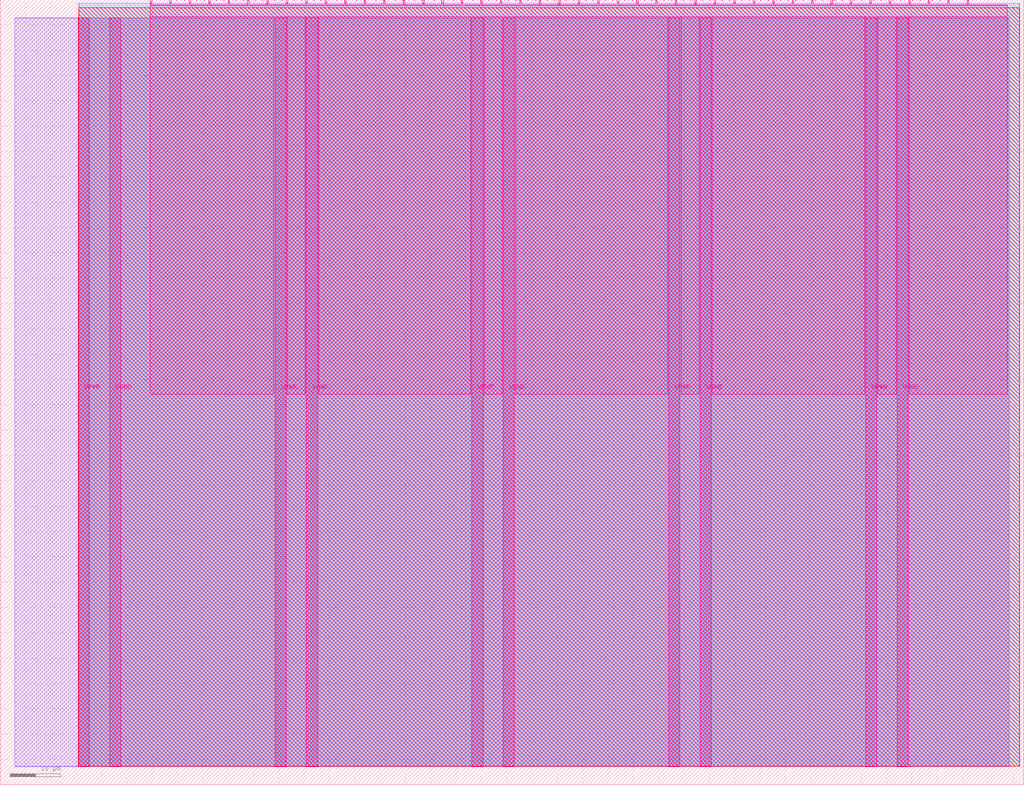
<source format=lef>
VERSION 5.7 ;
  NOWIREEXTENSIONATPIN ON ;
  DIVIDERCHAR "/" ;
  BUSBITCHARS "[]" ;
MACRO tt_um_mattvenn_spi_test
  CLASS BLOCK ;
  FOREIGN tt_um_mattvenn_spi_test ;
  ORIGIN 0.000 0.000 ;
  SIZE 202.080 BY 154.980 ;
  PIN VGND
    DIRECTION INOUT ;
    USE GROUND ;
    PORT
      LAYER Metal5 ;
        RECT 21.580 3.560 23.780 151.420 ;
    END
    PORT
      LAYER Metal5 ;
        RECT 60.450 3.560 62.650 151.420 ;
    END
    PORT
      LAYER Metal5 ;
        RECT 99.320 3.560 101.520 151.420 ;
    END
    PORT
      LAYER Metal5 ;
        RECT 138.190 3.560 140.390 151.420 ;
    END
    PORT
      LAYER Metal5 ;
        RECT 177.060 3.560 179.260 151.420 ;
    END
  END VGND
  PIN VPWR
    DIRECTION INOUT ;
    USE POWER ;
    PORT
      LAYER Metal5 ;
        RECT 15.380 3.560 17.580 151.420 ;
    END
    PORT
      LAYER Metal5 ;
        RECT 54.250 3.560 56.450 151.420 ;
    END
    PORT
      LAYER Metal5 ;
        RECT 93.120 3.560 95.320 151.420 ;
    END
    PORT
      LAYER Metal5 ;
        RECT 131.990 3.560 134.190 151.420 ;
    END
    PORT
      LAYER Metal5 ;
        RECT 170.860 3.560 173.060 151.420 ;
    END
  END VPWR
  PIN clk
    DIRECTION INPUT ;
    USE SIGNAL ;
    ANTENNAGATEAREA 0.213200 ;
    PORT
      LAYER Metal5 ;
        RECT 187.050 153.980 187.350 154.980 ;
    END
  END clk
  PIN ena
    DIRECTION INPUT ;
    USE SIGNAL ;
    ANTENNAGATEAREA 0.180700 ;
    PORT
      LAYER Metal5 ;
        RECT 190.890 153.980 191.190 154.980 ;
    END
  END ena
  PIN rst_n
    DIRECTION INPUT ;
    USE SIGNAL ;
    ANTENNAGATEAREA 0.741000 ;
    PORT
      LAYER Metal5 ;
        RECT 183.210 153.980 183.510 154.980 ;
    END
  END rst_n
  PIN ui_in[0]
    DIRECTION INPUT ;
    USE SIGNAL ;
    ANTENNAGATEAREA 0.180700 ;
    PORT
      LAYER Metal5 ;
        RECT 179.370 153.980 179.670 154.980 ;
    END
  END ui_in[0]
  PIN ui_in[1]
    DIRECTION INPUT ;
    USE SIGNAL ;
    ANTENNAGATEAREA 0.180700 ;
    PORT
      LAYER Metal5 ;
        RECT 175.530 153.980 175.830 154.980 ;
    END
  END ui_in[1]
  PIN ui_in[2]
    DIRECTION INPUT ;
    USE SIGNAL ;
    PORT
      LAYER Metal5 ;
        RECT 171.690 153.980 171.990 154.980 ;
    END
  END ui_in[2]
  PIN ui_in[3]
    DIRECTION INPUT ;
    USE SIGNAL ;
    PORT
      LAYER Metal5 ;
        RECT 167.850 153.980 168.150 154.980 ;
    END
  END ui_in[3]
  PIN ui_in[4]
    DIRECTION INPUT ;
    USE SIGNAL ;
    PORT
      LAYER Metal5 ;
        RECT 164.010 153.980 164.310 154.980 ;
    END
  END ui_in[4]
  PIN ui_in[5]
    DIRECTION INPUT ;
    USE SIGNAL ;
    PORT
      LAYER Metal5 ;
        RECT 160.170 153.980 160.470 154.980 ;
    END
  END ui_in[5]
  PIN ui_in[6]
    DIRECTION INPUT ;
    USE SIGNAL ;
    PORT
      LAYER Metal5 ;
        RECT 156.330 153.980 156.630 154.980 ;
    END
  END ui_in[6]
  PIN ui_in[7]
    DIRECTION INPUT ;
    USE SIGNAL ;
    PORT
      LAYER Metal5 ;
        RECT 152.490 153.980 152.790 154.980 ;
    END
  END ui_in[7]
  PIN uio_in[0]
    DIRECTION INPUT ;
    USE SIGNAL ;
    PORT
      LAYER Metal5 ;
        RECT 148.650 153.980 148.950 154.980 ;
    END
  END uio_in[0]
  PIN uio_in[1]
    DIRECTION INPUT ;
    USE SIGNAL ;
    PORT
      LAYER Metal5 ;
        RECT 144.810 153.980 145.110 154.980 ;
    END
  END uio_in[1]
  PIN uio_in[2]
    DIRECTION INPUT ;
    USE SIGNAL ;
    PORT
      LAYER Metal5 ;
        RECT 140.970 153.980 141.270 154.980 ;
    END
  END uio_in[2]
  PIN uio_in[3]
    DIRECTION INPUT ;
    USE SIGNAL ;
    PORT
      LAYER Metal5 ;
        RECT 137.130 153.980 137.430 154.980 ;
    END
  END uio_in[3]
  PIN uio_in[4]
    DIRECTION INPUT ;
    USE SIGNAL ;
    ANTENNAGATEAREA 0.180700 ;
    PORT
      LAYER Metal5 ;
        RECT 133.290 153.980 133.590 154.980 ;
    END
  END uio_in[4]
  PIN uio_in[5]
    DIRECTION INPUT ;
    USE SIGNAL ;
    ANTENNAGATEAREA 0.180700 ;
    PORT
      LAYER Metal5 ;
        RECT 129.450 153.980 129.750 154.980 ;
    END
  END uio_in[5]
  PIN uio_in[6]
    DIRECTION INPUT ;
    USE SIGNAL ;
    ANTENNAGATEAREA 0.180700 ;
    PORT
      LAYER Metal5 ;
        RECT 125.610 153.980 125.910 154.980 ;
    END
  END uio_in[6]
  PIN uio_in[7]
    DIRECTION INPUT ;
    USE SIGNAL ;
    PORT
      LAYER Metal5 ;
        RECT 121.770 153.980 122.070 154.980 ;
    END
  END uio_in[7]
  PIN uio_oe[0]
    DIRECTION OUTPUT ;
    USE SIGNAL ;
    ANTENNADIFFAREA 0.392700 ;
    PORT
      LAYER Metal5 ;
        RECT 56.490 153.980 56.790 154.980 ;
    END
  END uio_oe[0]
  PIN uio_oe[1]
    DIRECTION OUTPUT ;
    USE SIGNAL ;
    ANTENNADIFFAREA 0.392700 ;
    PORT
      LAYER Metal5 ;
        RECT 52.650 153.980 52.950 154.980 ;
    END
  END uio_oe[1]
  PIN uio_oe[2]
    DIRECTION OUTPUT ;
    USE SIGNAL ;
    ANTENNADIFFAREA 0.392700 ;
    PORT
      LAYER Metal5 ;
        RECT 48.810 153.980 49.110 154.980 ;
    END
  END uio_oe[2]
  PIN uio_oe[3]
    DIRECTION OUTPUT ;
    USE SIGNAL ;
    ANTENNADIFFAREA 0.392700 ;
    PORT
      LAYER Metal5 ;
        RECT 44.970 153.980 45.270 154.980 ;
    END
  END uio_oe[3]
  PIN uio_oe[4]
    DIRECTION OUTPUT ;
    USE SIGNAL ;
    ANTENNADIFFAREA 0.299200 ;
    PORT
      LAYER Metal5 ;
        RECT 41.130 153.980 41.430 154.980 ;
    END
  END uio_oe[4]
  PIN uio_oe[5]
    DIRECTION OUTPUT ;
    USE SIGNAL ;
    ANTENNADIFFAREA 0.299200 ;
    PORT
      LAYER Metal5 ;
        RECT 37.290 153.980 37.590 154.980 ;
    END
  END uio_oe[5]
  PIN uio_oe[6]
    DIRECTION OUTPUT ;
    USE SIGNAL ;
    ANTENNADIFFAREA 0.299200 ;
    PORT
      LAYER Metal5 ;
        RECT 33.450 153.980 33.750 154.980 ;
    END
  END uio_oe[6]
  PIN uio_oe[7]
    DIRECTION OUTPUT ;
    USE SIGNAL ;
    ANTENNADIFFAREA 0.392700 ;
    PORT
      LAYER Metal5 ;
        RECT 29.610 153.980 29.910 154.980 ;
    END
  END uio_oe[7]
  PIN uio_out[0]
    DIRECTION OUTPUT ;
    USE SIGNAL ;
    ANTENNADIFFAREA 0.299200 ;
    PORT
      LAYER Metal5 ;
        RECT 87.210 153.980 87.510 154.980 ;
    END
  END uio_out[0]
  PIN uio_out[1]
    DIRECTION OUTPUT ;
    USE SIGNAL ;
    ANTENNADIFFAREA 0.299200 ;
    PORT
      LAYER Metal5 ;
        RECT 83.370 153.980 83.670 154.980 ;
    END
  END uio_out[1]
  PIN uio_out[2]
    DIRECTION OUTPUT ;
    USE SIGNAL ;
    ANTENNADIFFAREA 0.299200 ;
    PORT
      LAYER Metal5 ;
        RECT 79.530 153.980 79.830 154.980 ;
    END
  END uio_out[2]
  PIN uio_out[3]
    DIRECTION OUTPUT ;
    USE SIGNAL ;
    ANTENNADIFFAREA 0.654800 ;
    PORT
      LAYER Metal5 ;
        RECT 75.690 153.980 75.990 154.980 ;
    END
  END uio_out[3]
  PIN uio_out[4]
    DIRECTION OUTPUT ;
    USE SIGNAL ;
    ANTENNADIFFAREA 0.299200 ;
    PORT
      LAYER Metal5 ;
        RECT 71.850 153.980 72.150 154.980 ;
    END
  END uio_out[4]
  PIN uio_out[5]
    DIRECTION OUTPUT ;
    USE SIGNAL ;
    ANTENNADIFFAREA 0.299200 ;
    PORT
      LAYER Metal5 ;
        RECT 68.010 153.980 68.310 154.980 ;
    END
  END uio_out[5]
  PIN uio_out[6]
    DIRECTION OUTPUT ;
    USE SIGNAL ;
    ANTENNADIFFAREA 0.299200 ;
    PORT
      LAYER Metal5 ;
        RECT 64.170 153.980 64.470 154.980 ;
    END
  END uio_out[6]
  PIN uio_out[7]
    DIRECTION OUTPUT ;
    USE SIGNAL ;
    ANTENNADIFFAREA 0.299200 ;
    PORT
      LAYER Metal5 ;
        RECT 60.330 153.980 60.630 154.980 ;
    END
  END uio_out[7]
  PIN uo_out[0]
    DIRECTION OUTPUT ;
    USE SIGNAL ;
    ANTENNADIFFAREA 0.299200 ;
    PORT
      LAYER Metal5 ;
        RECT 117.930 153.980 118.230 154.980 ;
    END
  END uo_out[0]
  PIN uo_out[1]
    DIRECTION OUTPUT ;
    USE SIGNAL ;
    ANTENNADIFFAREA 0.299200 ;
    PORT
      LAYER Metal5 ;
        RECT 114.090 153.980 114.390 154.980 ;
    END
  END uo_out[1]
  PIN uo_out[2]
    DIRECTION OUTPUT ;
    USE SIGNAL ;
    ANTENNADIFFAREA 0.299200 ;
    PORT
      LAYER Metal5 ;
        RECT 110.250 153.980 110.550 154.980 ;
    END
  END uo_out[2]
  PIN uo_out[3]
    DIRECTION OUTPUT ;
    USE SIGNAL ;
    ANTENNADIFFAREA 0.299200 ;
    PORT
      LAYER Metal5 ;
        RECT 106.410 153.980 106.710 154.980 ;
    END
  END uo_out[3]
  PIN uo_out[4]
    DIRECTION OUTPUT ;
    USE SIGNAL ;
    ANTENNADIFFAREA 0.299200 ;
    PORT
      LAYER Metal5 ;
        RECT 102.570 153.980 102.870 154.980 ;
    END
  END uo_out[4]
  PIN uo_out[5]
    DIRECTION OUTPUT ;
    USE SIGNAL ;
    ANTENNADIFFAREA 0.299200 ;
    PORT
      LAYER Metal5 ;
        RECT 98.730 153.980 99.030 154.980 ;
    END
  END uo_out[5]
  PIN uo_out[6]
    DIRECTION OUTPUT ;
    USE SIGNAL ;
    ANTENNADIFFAREA 0.299200 ;
    PORT
      LAYER Metal5 ;
        RECT 94.890 153.980 95.190 154.980 ;
    END
  END uo_out[6]
  PIN uo_out[7]
    DIRECTION OUTPUT ;
    USE SIGNAL ;
    ANTENNADIFFAREA 0.299200 ;
    PORT
      LAYER Metal5 ;
        RECT 91.050 153.980 91.350 154.980 ;
    END
  END uo_out[7]
  OBS
      LAYER GatPoly ;
        RECT 2.880 3.630 199.200 151.350 ;
      LAYER Metal1 ;
        RECT 2.880 3.560 199.200 151.420 ;
      LAYER Metal2 ;
        RECT 15.515 3.680 201.265 154.240 ;
      LAYER Metal3 ;
        RECT 15.560 3.635 201.220 154.285 ;
      LAYER Metal4 ;
        RECT 15.515 3.680 201.265 153.400 ;
      LAYER Metal5 ;
        RECT 30.120 153.770 33.240 153.980 ;
        RECT 33.960 153.770 37.080 153.980 ;
        RECT 37.800 153.770 40.920 153.980 ;
        RECT 41.640 153.770 44.760 153.980 ;
        RECT 45.480 153.770 48.600 153.980 ;
        RECT 49.320 153.770 52.440 153.980 ;
        RECT 53.160 153.770 56.280 153.980 ;
        RECT 57.000 153.770 60.120 153.980 ;
        RECT 60.840 153.770 63.960 153.980 ;
        RECT 64.680 153.770 67.800 153.980 ;
        RECT 68.520 153.770 71.640 153.980 ;
        RECT 72.360 153.770 75.480 153.980 ;
        RECT 76.200 153.770 79.320 153.980 ;
        RECT 80.040 153.770 83.160 153.980 ;
        RECT 83.880 153.770 87.000 153.980 ;
        RECT 87.720 153.770 90.840 153.980 ;
        RECT 91.560 153.770 94.680 153.980 ;
        RECT 95.400 153.770 98.520 153.980 ;
        RECT 99.240 153.770 102.360 153.980 ;
        RECT 103.080 153.770 106.200 153.980 ;
        RECT 106.920 153.770 110.040 153.980 ;
        RECT 110.760 153.770 113.880 153.980 ;
        RECT 114.600 153.770 117.720 153.980 ;
        RECT 118.440 153.770 121.560 153.980 ;
        RECT 122.280 153.770 125.400 153.980 ;
        RECT 126.120 153.770 129.240 153.980 ;
        RECT 129.960 153.770 133.080 153.980 ;
        RECT 133.800 153.770 136.920 153.980 ;
        RECT 137.640 153.770 140.760 153.980 ;
        RECT 141.480 153.770 144.600 153.980 ;
        RECT 145.320 153.770 148.440 153.980 ;
        RECT 149.160 153.770 152.280 153.980 ;
        RECT 153.000 153.770 156.120 153.980 ;
        RECT 156.840 153.770 159.960 153.980 ;
        RECT 160.680 153.770 163.800 153.980 ;
        RECT 164.520 153.770 167.640 153.980 ;
        RECT 168.360 153.770 171.480 153.980 ;
        RECT 172.200 153.770 175.320 153.980 ;
        RECT 176.040 153.770 179.160 153.980 ;
        RECT 179.880 153.770 183.000 153.980 ;
        RECT 183.720 153.770 186.840 153.980 ;
        RECT 187.560 153.770 190.680 153.980 ;
        RECT 191.400 153.770 198.820 153.980 ;
        RECT 29.660 151.630 198.820 153.770 ;
        RECT 29.660 77.135 54.040 151.630 ;
        RECT 56.660 77.135 60.240 151.630 ;
        RECT 62.860 77.135 92.910 151.630 ;
        RECT 95.530 77.135 99.110 151.630 ;
        RECT 101.730 77.135 131.780 151.630 ;
        RECT 134.400 77.135 137.980 151.630 ;
        RECT 140.600 77.135 170.650 151.630 ;
        RECT 173.270 77.135 176.850 151.630 ;
        RECT 179.470 77.135 198.820 151.630 ;
  END
END tt_um_mattvenn_spi_test
END LIBRARY


</source>
